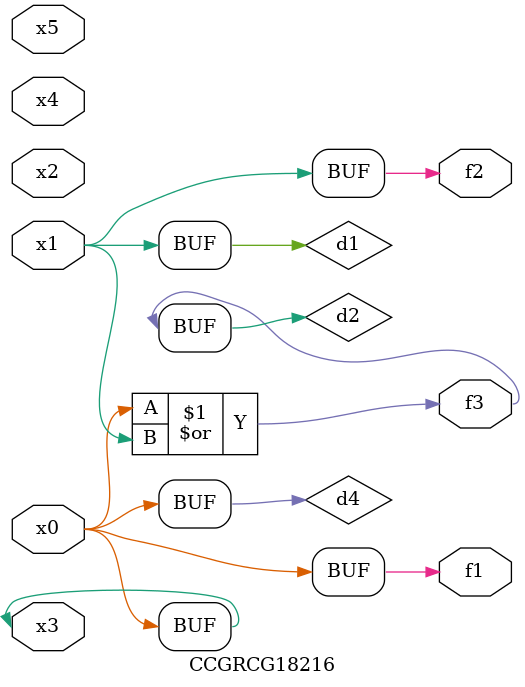
<source format=v>
module CCGRCG18216(
	input x0, x1, x2, x3, x4, x5,
	output f1, f2, f3
);

	wire d1, d2, d3, d4;

	and (d1, x1);
	or (d2, x0, x1);
	nand (d3, x0, x5);
	buf (d4, x0, x3);
	assign f1 = d4;
	assign f2 = d1;
	assign f3 = d2;
endmodule

</source>
